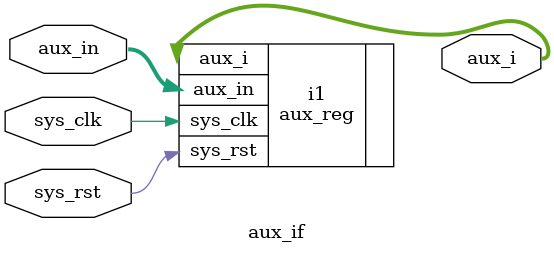
<source format=sv>
module aux_if (
    input wire sys_clk,
    input wire [31:0] aux_in,
    input wire sys_rst,

    output wire [31:0] aux_i
);

  aux_reg i1 (
      .sys_clk(sys_clk),
      .aux_in (aux_in),
      .aux_i  (aux_i),
      .sys_rst(sys_rst)
  );


endmodule

</source>
